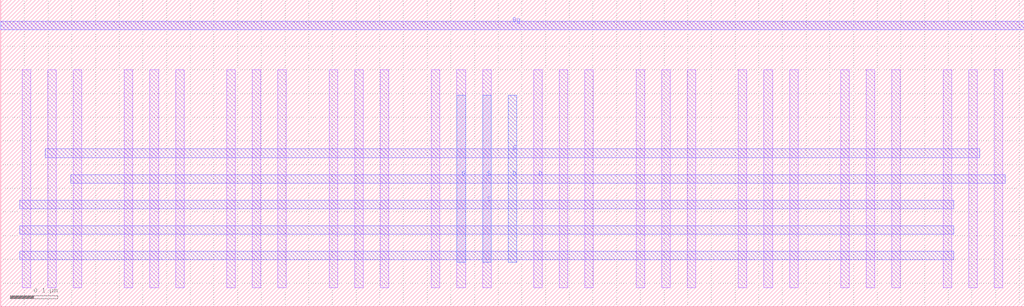
<source format=lef>
MACRO Switch_NMOS_n12_X1_Y1
  ORIGIN 0 0 ;
  FOREIGN Switch_NMOS_n12_X1_Y1 0 0 ;
  SIZE 0.432 BY 0.648 ;
  PIN S
    DIRECTION INOUT ;
    USE SIGNAL ;
    PORT
      LAYER M2 ;
        RECT 0.040 0.099 0.284 0.117 ;
      LAYER M2 ;
        RECT 0.040 0.153 0.284 0.171 ;
      LAYER M2 ;
        RECT 0.040 0.207 0.284 0.225 ;
      LAYER M3 ;
        RECT 0.153 0.094 0.171 0.446 ;
    END
  END S
  PIN D
    DIRECTION INOUT ;
    USE SIGNAL ;
    PORT
      LAYER M2 ;
        RECT 0.148 0.261 0.392 0.279 ;
      LAYER M3 ;
        RECT 0.207 0.094 0.225 0.446 ;
    END
  END D
  PIN G
    DIRECTION INOUT ;
    USE SIGNAL ;
    PORT
      LAYER M2 ;
        RECT 0.094 0.315 0.338 0.333 ;
      LAYER M3 ;
        RECT 0.099 0.094 0.117 0.446 ;
    END
  END G
  PIN Bg
    DIRECTION INOUT ;
    USE SIGNAL ;
    PORT
      LAYER M2 ;
        RECT 0.0 0.585 0.432 0.603 ;
    END
  END Bg
  OBS
    LAYER M1 ;
      RECT 0.0 0.585 0.432 0.603 ;
    LAYER M1 ;
      RECT 0.099 0.040 0.117 0.500 ;
    LAYER M1 ;
      RECT 0.315 0.040 0.333 0.500 ;
    LAYER M1 ;
      RECT 0.045 0.040 0.063 0.500 ;
    LAYER M1 ;
      RECT 0.261 0.040 0.279 0.500 ;
    LAYER M1 ;
      RECT 0.153 0.040 0.171 0.500 ;
    LAYER M1 ;
      RECT 0.369 0.040 0.387 0.500 ;
  END
END Switch_NMOS_n12_X1_Y1
MACRO Switch_NMOS_n12_X3_Y1
  ORIGIN 0 0 ;
  FOREIGN Switch_NMOS_n12_X3_Y1 0 0 ;
  SIZE 1.296 BY 0.648 ;
  PIN S
    DIRECTION INOUT ;
    USE SIGNAL ;
    PORT
      LAYER M2 ;
        RECT 0.040 0.099 1.148 0.117 ;
      LAYER M2 ;
        RECT 0.040 0.153 1.148 0.171 ;
      LAYER M2 ;
        RECT 0.040 0.207 1.148 0.225 ;
      LAYER M3 ;
        RECT 0.585 0.094 0.603 0.446 ;
    END
  END S
  PIN D
    DIRECTION INOUT ;
    USE SIGNAL ;
    PORT
      LAYER M2 ;
        RECT 0.148 0.261 1.256 0.279 ;
      LAYER M3 ;
        RECT 0.639 0.094 0.657 0.446 ;
    END
  END D
  PIN G
    DIRECTION INOUT ;
    USE SIGNAL ;
    PORT
      LAYER M2 ;
        RECT 0.094 0.315 1.202 0.333 ;
      LAYER M3 ;
        RECT 0.531 0.094 0.549 0.446 ;
    END
  END G
  PIN Bg
    DIRECTION INOUT ;
    USE SIGNAL ;
    PORT
      LAYER M2 ;
        RECT 0.0 0.585 1.296 0.603 ;
    END
  END Bg
  OBS
    LAYER M1 ;
      RECT 0.0 0.585 1.296 0.603 ;
    LAYER M1 ;
      RECT 0.099 0.040 0.117 0.500 ;
    LAYER M1 ;
      RECT 0.315 0.040 0.333 0.500 ;
    LAYER M1 ;
      RECT 0.531 0.040 0.549 0.500 ;
    LAYER M1 ;
      RECT 0.747 0.040 0.765 0.500 ;
    LAYER M1 ;
      RECT 0.963 0.040 0.981 0.500 ;
    LAYER M1 ;
      RECT 1.179 0.040 1.197 0.500 ;
    LAYER M1 ;
      RECT 0.045 0.040 0.063 0.500 ;
    LAYER M1 ;
      RECT 0.261 0.040 0.279 0.500 ;
    LAYER M1 ;
      RECT 0.477 0.040 0.495 0.500 ;
    LAYER M1 ;
      RECT 0.693 0.040 0.711 0.500 ;
    LAYER M1 ;
      RECT 0.909 0.040 0.927 0.500 ;
    LAYER M1 ;
      RECT 1.125 0.040 1.143 0.500 ;
    LAYER M1 ;
      RECT 0.153 0.040 0.171 0.500 ;
    LAYER M1 ;
      RECT 0.369 0.040 0.387 0.500 ;
    LAYER M1 ;
      RECT 0.585 0.040 0.603 0.500 ;
    LAYER M1 ;
      RECT 0.801 0.040 0.819 0.500 ;
    LAYER M1 ;
      RECT 1.017 0.040 1.035 0.500 ;
    LAYER M1 ;
      RECT 1.233 0.040 1.251 0.500 ;
  END
END Switch_NMOS_n12_X3_Y1
MACRO Switch_PMOS_n12_X1_Y1
  ORIGIN 0 0 ;
  FOREIGN Switch_PMOS_n12_X1_Y1 0 0 ;
  SIZE 0.432 BY 0.648 ;
  PIN S
    DIRECTION INOUT ;
    USE SIGNAL ;
    PORT
      LAYER M2 ;
        RECT 0.040 0.099 0.284 0.117 ;
      LAYER M2 ;
        RECT 0.040 0.153 0.284 0.171 ;
      LAYER M2 ;
        RECT 0.040 0.207 0.284 0.225 ;
      LAYER M3 ;
        RECT 0.153 0.094 0.171 0.446 ;
    END
  END S
  PIN D
    DIRECTION INOUT ;
    USE SIGNAL ;
    PORT
      LAYER M2 ;
        RECT 0.148 0.261 0.392 0.279 ;
      LAYER M3 ;
        RECT 0.207 0.094 0.225 0.446 ;
    END
  END D
  PIN G
    DIRECTION INOUT ;
    USE SIGNAL ;
    PORT
      LAYER M2 ;
        RECT 0.094 0.315 0.338 0.333 ;
      LAYER M3 ;
        RECT 0.099 0.094 0.117 0.446 ;
    END
  END G
  PIN Bg
    DIRECTION INOUT ;
    USE SIGNAL ;
    PORT
      LAYER M2 ;
        RECT 0.0 0.585 0.432 0.603 ;
    END
  END Bg
  OBS
    LAYER M1 ;
      RECT 0.0 0.585 0.432 0.603 ;
    LAYER M1 ;
      RECT 0.099 0.040 0.117 0.500 ;
    LAYER M1 ;
      RECT 0.315 0.040 0.333 0.500 ;
    LAYER M1 ;
      RECT 0.045 0.040 0.063 0.500 ;
    LAYER M1 ;
      RECT 0.261 0.040 0.279 0.500 ;
    LAYER M1 ;
      RECT 0.153 0.040 0.171 0.500 ;
    LAYER M1 ;
      RECT 0.369 0.040 0.387 0.500 ;
  END
END Switch_PMOS_n12_X1_Y1
MACRO Switch_PMOS_n12_X5_Y1
  ORIGIN 0 0 ;
  FOREIGN Switch_PMOS_n12_X5_Y1 0 0 ;
  SIZE 2.160 BY 0.648 ;
  PIN S
    DIRECTION INOUT ;
    USE SIGNAL ;
    PORT
      LAYER M2 ;
        RECT 0.040 0.099 2.012 0.117 ;
      LAYER M2 ;
        RECT 0.040 0.153 2.012 0.171 ;
      LAYER M2 ;
        RECT 0.040 0.207 2.012 0.225 ;
      LAYER M3 ;
        RECT 1.017 0.094 1.035 0.446 ;
    END
  END S
  PIN D
    DIRECTION INOUT ;
    USE SIGNAL ;
    PORT
      LAYER M2 ;
        RECT 0.148 0.261 2.120 0.279 ;
      LAYER M3 ;
        RECT 1.071 0.094 1.089 0.446 ;
    END
  END D
  PIN G
    DIRECTION INOUT ;
    USE SIGNAL ;
    PORT
      LAYER M2 ;
        RECT 0.094 0.315 2.066 0.333 ;
      LAYER M3 ;
        RECT 0.963 0.094 0.981 0.446 ;
    END
  END G
  PIN Bg
    DIRECTION INOUT ;
    USE SIGNAL ;
    PORT
      LAYER M2 ;
        RECT 0.0 0.585 2.16 0.603 ;
    END
  END Bg
  OBS
    LAYER M1 ;
      RECT 0.0 0.585 2.16 0.603 ;
    LAYER M1 ;
      RECT 0.099 0.040 0.117 0.500 ;
    LAYER M1 ;
      RECT 0.315 0.040 0.333 0.500 ;
    LAYER M1 ;
      RECT 0.531 0.040 0.549 0.500 ;
    LAYER M1 ;
      RECT 0.747 0.040 0.765 0.500 ;
    LAYER M1 ;
      RECT 0.963 0.040 0.981 0.500 ;
    LAYER M1 ;
      RECT 1.179 0.040 1.197 0.500 ;
    LAYER M1 ;
      RECT 1.395 0.040 1.413 0.500 ;
    LAYER M1 ;
      RECT 1.611 0.040 1.629 0.500 ;
    LAYER M1 ;
      RECT 1.827 0.040 1.845 0.500 ;
    LAYER M1 ;
      RECT 2.043 0.040 2.061 0.500 ;
    LAYER M1 ;
      RECT 0.045 0.040 0.063 0.500 ;
    LAYER M1 ;
      RECT 0.261 0.040 0.279 0.500 ;
    LAYER M1 ;
      RECT 0.477 0.040 0.495 0.500 ;
    LAYER M1 ;
      RECT 0.693 0.040 0.711 0.500 ;
    LAYER M1 ;
      RECT 0.909 0.040 0.927 0.500 ;
    LAYER M1 ;
      RECT 1.125 0.040 1.143 0.500 ;
    LAYER M1 ;
      RECT 1.341 0.040 1.359 0.500 ;
    LAYER M1 ;
      RECT 1.557 0.040 1.575 0.500 ;
    LAYER M1 ;
      RECT 1.773 0.040 1.791 0.500 ;
    LAYER M1 ;
      RECT 1.989 0.040 2.007 0.500 ;
    LAYER M1 ;
      RECT 0.153 0.040 0.171 0.500 ;
    LAYER M1 ;
      RECT 0.369 0.040 0.387 0.500 ;
    LAYER M1 ;
      RECT 0.585 0.040 0.603 0.500 ;
    LAYER M1 ;
      RECT 0.801 0.040 0.819 0.500 ;
    LAYER M1 ;
      RECT 1.017 0.040 1.035 0.500 ;
    LAYER M1 ;
      RECT 1.233 0.040 1.251 0.500 ;
    LAYER M1 ;
      RECT 1.449 0.040 1.467 0.500 ;
    LAYER M1 ;
      RECT 1.665 0.040 1.683 0.500 ;
    LAYER M1 ;
      RECT 1.881 0.040 1.899 0.500 ;
    LAYER M1 ;
      RECT 2.097 0.040 2.115 0.500 ;
  END
END Switch_PMOS_n12_X5_Y1

</source>
